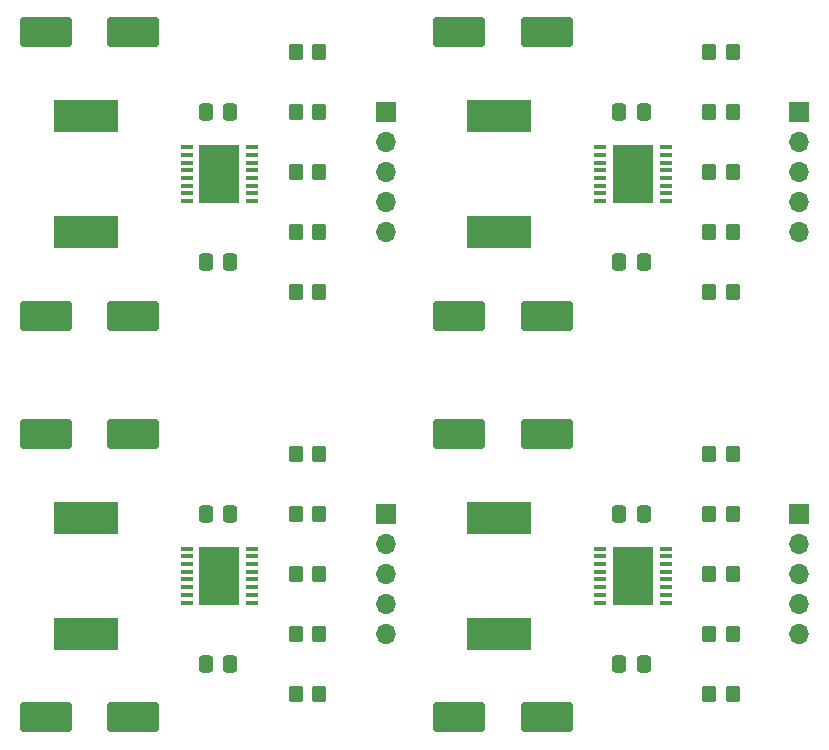
<source format=gbr>
%TF.GenerationSoftware,KiCad,Pcbnew,7.0.11+dfsg-1build4*%
%TF.CreationDate,2026-01-16T21:08:39-05:00*%
%TF.ProjectId,,58585858-5858-4585-9858-585858585858,rev?*%
%TF.SameCoordinates,Original*%
%TF.FileFunction,Soldermask,Top*%
%TF.FilePolarity,Negative*%
%FSLAX46Y46*%
G04 Gerber Fmt 4.6, Leading zero omitted, Abs format (unit mm)*
G04 Created by KiCad (PCBNEW 7.0.11+dfsg-1build4) date 2026-01-16 21:08:39*
%MOMM*%
%LPD*%
G01*
G04 APERTURE LIST*
G04 Aperture macros list*
%AMRoundRect*
0 Rectangle with rounded corners*
0 $1 Rounding radius*
0 $2 $3 $4 $5 $6 $7 $8 $9 X,Y pos of 4 corners*
0 Add a 4 corners polygon primitive as box body*
4,1,4,$2,$3,$4,$5,$6,$7,$8,$9,$2,$3,0*
0 Add four circle primitives for the rounded corners*
1,1,$1+$1,$2,$3*
1,1,$1+$1,$4,$5*
1,1,$1+$1,$6,$7*
1,1,$1+$1,$8,$9*
0 Add four rect primitives between the rounded corners*
20,1,$1+$1,$2,$3,$4,$5,0*
20,1,$1+$1,$4,$5,$6,$7,0*
20,1,$1+$1,$6,$7,$8,$9,0*
20,1,$1+$1,$8,$9,$2,$3,0*%
G04 Aperture macros list end*
%ADD10RoundRect,0.250000X-0.350000X-0.450000X0.350000X-0.450000X0.350000X0.450000X-0.350000X0.450000X0*%
%ADD11RoundRect,0.250000X0.350000X0.450000X-0.350000X0.450000X-0.350000X-0.450000X0.350000X-0.450000X0*%
%ADD12R,1.700000X1.700000*%
%ADD13O,1.700000X1.700000*%
%ADD14RoundRect,0.250000X-1.950000X-1.000000X1.950000X-1.000000X1.950000X1.000000X-1.950000X1.000000X0*%
%ADD15R,1.050000X0.450000*%
%ADD16R,3.400000X5.000000*%
%ADD17R,5.400000X2.800000*%
%ADD18RoundRect,0.250000X-0.337500X-0.475000X0.337500X-0.475000X0.337500X0.475000X-0.337500X0.475000X0*%
G04 APERTURE END LIST*
D10*
%TO.C,R4*%
X131520000Y-112740000D03*
X133520000Y-112740000D03*
%TD*%
D11*
%TO.C,R3*%
X133520000Y-107660000D03*
X131520000Y-107660000D03*
%TD*%
D12*
%TO.C,J1*%
X139140000Y-97500000D03*
D13*
X139140000Y-100040000D03*
X139140000Y-102580000D03*
X139140000Y-105120000D03*
X139140000Y-107660000D03*
%TD*%
D14*
%TO.C,C3*%
X110360000Y-90740000D03*
X117760000Y-90740000D03*
%TD*%
D10*
%TO.C,R5*%
X131520000Y-102580000D03*
X133520000Y-102580000D03*
%TD*%
D14*
%TO.C,C4*%
X110360000Y-114740000D03*
X117760000Y-114740000D03*
%TD*%
D15*
%TO.C,U1*%
X122285000Y-100465000D03*
X122285000Y-101115000D03*
X122285000Y-101765000D03*
X122285000Y-102415000D03*
X122285000Y-103065000D03*
X122285000Y-103715000D03*
X122285000Y-104365000D03*
X122285000Y-105015000D03*
X127835000Y-105015000D03*
X127835000Y-104365000D03*
X127835000Y-103715000D03*
X127835000Y-103065000D03*
X127835000Y-102415000D03*
X127835000Y-101765000D03*
X127835000Y-101115000D03*
X127835000Y-100465000D03*
D16*
X125060000Y-102740000D03*
%TD*%
D17*
%TO.C,L1*%
X113740000Y-107640000D03*
X113740000Y-97840000D03*
%TD*%
D18*
%TO.C,C1*%
X123900000Y-110200000D03*
X125975000Y-110200000D03*
%TD*%
D11*
%TO.C,R1*%
X133520000Y-92420000D03*
X131520000Y-92420000D03*
%TD*%
D10*
%TO.C,R2*%
X131520000Y-97500000D03*
X133520000Y-97500000D03*
%TD*%
D18*
%TO.C,C2*%
X123900000Y-97500000D03*
X125975000Y-97500000D03*
%TD*%
D10*
%TO.C,R4*%
X96520000Y-112740000D03*
X98520000Y-112740000D03*
%TD*%
D11*
%TO.C,R3*%
X98520000Y-107660000D03*
X96520000Y-107660000D03*
%TD*%
D12*
%TO.C,J1*%
X104140000Y-97500000D03*
D13*
X104140000Y-100040000D03*
X104140000Y-102580000D03*
X104140000Y-105120000D03*
X104140000Y-107660000D03*
%TD*%
D14*
%TO.C,C3*%
X75360000Y-90740000D03*
X82760000Y-90740000D03*
%TD*%
D10*
%TO.C,R5*%
X96520000Y-102580000D03*
X98520000Y-102580000D03*
%TD*%
D14*
%TO.C,C4*%
X75360000Y-114740000D03*
X82760000Y-114740000D03*
%TD*%
D15*
%TO.C,U1*%
X87285000Y-100465000D03*
X87285000Y-101115000D03*
X87285000Y-101765000D03*
X87285000Y-102415000D03*
X87285000Y-103065000D03*
X87285000Y-103715000D03*
X87285000Y-104365000D03*
X87285000Y-105015000D03*
X92835000Y-105015000D03*
X92835000Y-104365000D03*
X92835000Y-103715000D03*
X92835000Y-103065000D03*
X92835000Y-102415000D03*
X92835000Y-101765000D03*
X92835000Y-101115000D03*
X92835000Y-100465000D03*
D16*
X90060000Y-102740000D03*
%TD*%
D17*
%TO.C,L1*%
X78740000Y-107640000D03*
X78740000Y-97840000D03*
%TD*%
D18*
%TO.C,C1*%
X88900000Y-110200000D03*
X90975000Y-110200000D03*
%TD*%
D11*
%TO.C,R1*%
X98520000Y-92420000D03*
X96520000Y-92420000D03*
%TD*%
D10*
%TO.C,R2*%
X96520000Y-97500000D03*
X98520000Y-97500000D03*
%TD*%
D18*
%TO.C,C2*%
X88900000Y-97500000D03*
X90975000Y-97500000D03*
%TD*%
D10*
%TO.C,R4*%
X131520000Y-78740000D03*
X133520000Y-78740000D03*
%TD*%
D11*
%TO.C,R3*%
X133520000Y-73660000D03*
X131520000Y-73660000D03*
%TD*%
D12*
%TO.C,J1*%
X139140000Y-63500000D03*
D13*
X139140000Y-66040000D03*
X139140000Y-68580000D03*
X139140000Y-71120000D03*
X139140000Y-73660000D03*
%TD*%
D14*
%TO.C,C3*%
X110360000Y-56740000D03*
X117760000Y-56740000D03*
%TD*%
D10*
%TO.C,R5*%
X131520000Y-68580000D03*
X133520000Y-68580000D03*
%TD*%
D14*
%TO.C,C4*%
X110360000Y-80740000D03*
X117760000Y-80740000D03*
%TD*%
D15*
%TO.C,U1*%
X122285000Y-66465000D03*
X122285000Y-67115000D03*
X122285000Y-67765000D03*
X122285000Y-68415000D03*
X122285000Y-69065000D03*
X122285000Y-69715000D03*
X122285000Y-70365000D03*
X122285000Y-71015000D03*
X127835000Y-71015000D03*
X127835000Y-70365000D03*
X127835000Y-69715000D03*
X127835000Y-69065000D03*
X127835000Y-68415000D03*
X127835000Y-67765000D03*
X127835000Y-67115000D03*
X127835000Y-66465000D03*
D16*
X125060000Y-68740000D03*
%TD*%
D17*
%TO.C,L1*%
X113740000Y-73640000D03*
X113740000Y-63840000D03*
%TD*%
D18*
%TO.C,C1*%
X123900000Y-76200000D03*
X125975000Y-76200000D03*
%TD*%
D11*
%TO.C,R1*%
X133520000Y-58420000D03*
X131520000Y-58420000D03*
%TD*%
D10*
%TO.C,R2*%
X131520000Y-63500000D03*
X133520000Y-63500000D03*
%TD*%
D18*
%TO.C,C2*%
X123900000Y-63500000D03*
X125975000Y-63500000D03*
%TD*%
D15*
%TO.C,U1*%
X87285000Y-66465000D03*
X87285000Y-67115000D03*
X87285000Y-67765000D03*
X87285000Y-68415000D03*
X87285000Y-69065000D03*
X87285000Y-69715000D03*
X87285000Y-70365000D03*
X87285000Y-71015000D03*
X92835000Y-71015000D03*
X92835000Y-70365000D03*
X92835000Y-69715000D03*
X92835000Y-69065000D03*
X92835000Y-68415000D03*
X92835000Y-67765000D03*
X92835000Y-67115000D03*
X92835000Y-66465000D03*
D16*
X90060000Y-68740000D03*
%TD*%
D14*
%TO.C,C4*%
X75360000Y-80740000D03*
X82760000Y-80740000D03*
%TD*%
D11*
%TO.C,R3*%
X98520000Y-73660000D03*
X96520000Y-73660000D03*
%TD*%
D18*
%TO.C,C1*%
X88900000Y-76200000D03*
X90975000Y-76200000D03*
%TD*%
D17*
%TO.C,L1*%
X78740000Y-73640000D03*
X78740000Y-63840000D03*
%TD*%
D11*
%TO.C,R1*%
X98520000Y-58420000D03*
X96520000Y-58420000D03*
%TD*%
D10*
%TO.C,R5*%
X96520000Y-68580000D03*
X98520000Y-68580000D03*
%TD*%
D14*
%TO.C,C3*%
X75360000Y-56740000D03*
X82760000Y-56740000D03*
%TD*%
D10*
%TO.C,R4*%
X96520000Y-78740000D03*
X98520000Y-78740000D03*
%TD*%
D12*
%TO.C,J1*%
X104140000Y-63500000D03*
D13*
X104140000Y-66040000D03*
X104140000Y-68580000D03*
X104140000Y-71120000D03*
X104140000Y-73660000D03*
%TD*%
D18*
%TO.C,C2*%
X88900000Y-63500000D03*
X90975000Y-63500000D03*
%TD*%
D10*
%TO.C,R2*%
X96520000Y-63500000D03*
X98520000Y-63500000D03*
%TD*%
M02*

</source>
